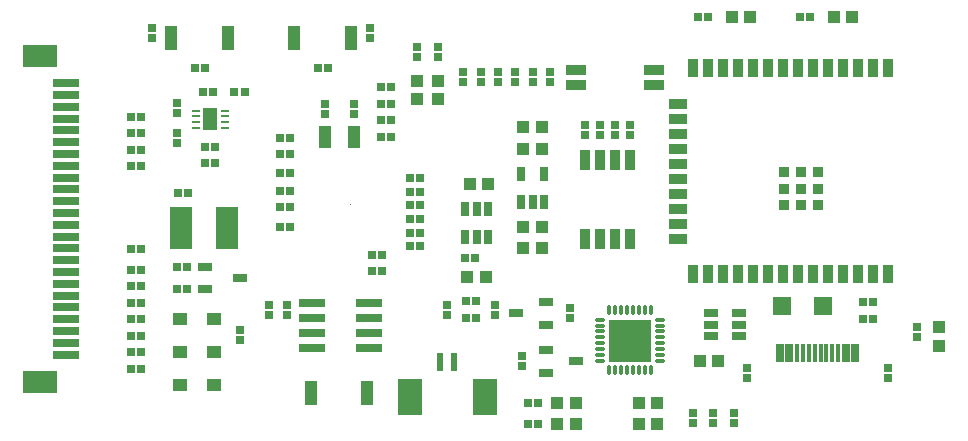
<source format=gbp>
G04*
G04 #@! TF.GenerationSoftware,Altium Limited,Altium Designer,18.1.9 (240)*
G04*
G04 Layer_Color=128*
%FSLAX25Y25*%
%MOIN*%
G70*
G01*
G75*
%ADD54R,0.03500X0.05900*%
%ADD63R,0.03000X0.01000*%
%ADD64R,0.04700X0.07500*%
%ADD105R,0.02759X0.02562*%
%ADD106R,0.07090X0.03192*%
%ADD107R,0.02562X0.02759*%
%ADD108R,0.00280X0.00280*%
%ADD109R,0.04728X0.02759*%
%ADD110R,0.03861X0.04058*%
%ADD111R,0.02562X0.06106*%
%ADD112R,0.01381X0.06106*%
%ADD113R,0.07578X0.14058*%
%ADD114R,0.05121X0.04137*%
%ADD115R,0.04137X0.07287*%
%ADD116R,0.02562X0.04531*%
%ADD117R,0.08861X0.02562*%
%ADD118R,0.02759X0.02956*%
%ADD119R,0.05121X0.02956*%
%ADD120R,0.06100X0.03700*%
%ADD121R,0.03700X0.03700*%
%ADD122R,0.13979X0.13979*%
%ADD123O,0.01302X0.03743*%
%ADD124O,0.03743X0.01302*%
%ADD125R,0.04531X0.02562*%
%ADD126R,0.06200X0.06200*%
%ADD127R,0.04058X0.03861*%
%ADD128R,0.04137X0.08074*%
%ADD129R,0.02169X0.06499*%
%ADD130R,0.08468X0.12011*%
%ADD131R,0.11224X0.07287*%
%ADD132R,0.08861X0.02562*%
%ADD133R,0.03192X0.07090*%
G36*
X65059Y-38288D02*
X63090Y-38288D01*
X63090Y-36319D01*
X65059D01*
Y-38288D01*
D02*
G37*
G36*
X61909Y-38288D02*
X59941D01*
Y-36319D01*
X61909D01*
Y-38288D01*
D02*
G37*
G36*
X58760D02*
X56791Y-38288D01*
Y-36319D01*
X58760D01*
X58760Y-38288D01*
D02*
G37*
G36*
X65059Y-41437D02*
X63090D01*
Y-39469D01*
X65059D01*
Y-41437D01*
D02*
G37*
G36*
X61909D02*
X59941D01*
Y-39469D01*
X61909D01*
Y-41437D01*
D02*
G37*
G36*
X58760D02*
X56791D01*
Y-39469D01*
X58760D01*
Y-41437D01*
D02*
G37*
G36*
X65059Y-42618D02*
Y-44587D01*
X63090D01*
X63090Y-42618D01*
X65059Y-42618D01*
D02*
G37*
G36*
X61909Y-44587D02*
X59941D01*
Y-42618D01*
X61909D01*
Y-44587D01*
D02*
G37*
G36*
X58760D02*
X56791D01*
Y-42618D01*
X58760Y-42618D01*
X58760Y-44587D01*
D02*
G37*
D54*
X146871Y-18504D02*
D03*
X141871Y-18504D02*
D03*
X136871Y-18504D02*
D03*
X131871D02*
D03*
X126871D02*
D03*
X121871D02*
D03*
X116871Y-18504D02*
D03*
X111871Y-18504D02*
D03*
X106871D02*
D03*
X101871D02*
D03*
X96871D02*
D03*
X91871Y-18504D02*
D03*
X86871Y-18504D02*
D03*
X81871D02*
D03*
X146871Y50394D02*
D03*
X141871Y50394D02*
D03*
X136871Y50394D02*
D03*
X131871D02*
D03*
X126871D02*
D03*
X121871D02*
D03*
X116871Y50394D02*
D03*
X111871Y50394D02*
D03*
X106871D02*
D03*
X101871D02*
D03*
X96871D02*
D03*
X91871Y50394D02*
D03*
X86871Y50394D02*
D03*
X81871D02*
D03*
D63*
X-74161Y34157D02*
D03*
Y32189D02*
D03*
Y30220D02*
D03*
X-83761D02*
D03*
Y32189D02*
D03*
Y34157D02*
D03*
Y36126D02*
D03*
X-74161D02*
D03*
D64*
X-78961Y33173D02*
D03*
D105*
X-3102Y57276D02*
D03*
Y53929D02*
D03*
X46024Y27965D02*
D03*
Y31311D02*
D03*
X51024Y27965D02*
D03*
Y31311D02*
D03*
X56024D02*
D03*
Y27965D02*
D03*
X61024Y31311D02*
D03*
Y27965D02*
D03*
X5400Y45500D02*
D03*
Y48846D02*
D03*
X11200D02*
D03*
X11200Y45500D02*
D03*
X17000Y48847D02*
D03*
X17000Y45500D02*
D03*
X22800Y48847D02*
D03*
Y45500D02*
D03*
X28600Y48847D02*
D03*
Y45500D02*
D03*
X34400Y48847D02*
D03*
Y45500D02*
D03*
X100000Y-49827D02*
D03*
Y-53173D02*
D03*
X-89961Y38780D02*
D03*
Y35433D02*
D03*
X-89976Y28532D02*
D03*
Y25185D02*
D03*
X-40780Y35047D02*
D03*
Y38394D02*
D03*
X-30937Y35047D02*
D03*
Y38394D02*
D03*
X-59201Y-28626D02*
D03*
Y-31972D02*
D03*
X-53417Y-28614D02*
D03*
X-53417Y-31961D02*
D03*
X15992Y-31949D02*
D03*
Y-28602D02*
D03*
X25000Y-45827D02*
D03*
Y-49173D02*
D03*
X40945Y-33169D02*
D03*
Y-29823D02*
D03*
X82000Y-64827D02*
D03*
Y-68173D02*
D03*
X88500Y-64827D02*
D03*
Y-68173D02*
D03*
X95500Y-68173D02*
D03*
Y-64827D02*
D03*
X156693Y-36122D02*
D03*
Y-39469D02*
D03*
X-10102Y53929D02*
D03*
Y57276D02*
D03*
X-98339Y60402D02*
D03*
Y63748D02*
D03*
X-25850Y60402D02*
D03*
Y63748D02*
D03*
X-8Y-28602D02*
D03*
Y-31949D02*
D03*
X147000Y-53173D02*
D03*
Y-49827D02*
D03*
X-69193Y-40453D02*
D03*
Y-37106D02*
D03*
D106*
X69090Y44500D02*
D03*
X69090Y49500D02*
D03*
X42910Y44500D02*
D03*
X42910Y49500D02*
D03*
D107*
X-9154Y-9154D02*
D03*
X-12500D02*
D03*
X-55795Y21500D02*
D03*
X-52449Y21500D02*
D03*
X-102071Y34000D02*
D03*
X-105417D02*
D03*
Y28500D02*
D03*
X-102071D02*
D03*
X-78150Y42421D02*
D03*
X-81496D02*
D03*
X138591Y-33213D02*
D03*
X141937Y-33213D02*
D03*
X138591Y-27713D02*
D03*
X141937Y-27713D02*
D03*
X-70866Y42421D02*
D03*
X-67520D02*
D03*
X83669Y67362D02*
D03*
X87016D02*
D03*
X117669D02*
D03*
X121016D02*
D03*
X-52461Y-2551D02*
D03*
X-55807D02*
D03*
X-52461Y3937D02*
D03*
X-55807D02*
D03*
X-55807Y9449D02*
D03*
X-52461Y9449D02*
D03*
X-52461Y15157D02*
D03*
X-55807Y15157D02*
D03*
X-52449Y27000D02*
D03*
X-55795Y27000D02*
D03*
X-86661Y-15965D02*
D03*
X-90008D02*
D03*
X-86661Y-23445D02*
D03*
X-90008D02*
D03*
X-102071Y17717D02*
D03*
X-105417D02*
D03*
X-105417Y23000D02*
D03*
X-102071D02*
D03*
X-102071Y-49878D02*
D03*
X-105417D02*
D03*
X-102071Y-44378D02*
D03*
X-105417D02*
D03*
Y-38878D02*
D03*
X-102071D02*
D03*
X-105417Y-33378D02*
D03*
X-102071D02*
D03*
X-105417Y-27878D02*
D03*
X-102071D02*
D03*
X-105417Y-22378D02*
D03*
X-102071D02*
D03*
X-102071Y-10000D02*
D03*
X-105417D02*
D03*
X-105417Y-16878D02*
D03*
X-102071D02*
D03*
X-86327Y8500D02*
D03*
X-89673D02*
D03*
X-77264Y18516D02*
D03*
X-80610D02*
D03*
X-80665Y50221D02*
D03*
X-84012D02*
D03*
X-42878Y50221D02*
D03*
X-39531D02*
D03*
X-18685Y27468D02*
D03*
X-22031D02*
D03*
X-18685Y32969D02*
D03*
X-22031D02*
D03*
X-22031Y38469D02*
D03*
X-18685D02*
D03*
X-18685Y43968D02*
D03*
X-22031D02*
D03*
X-12500Y-4626D02*
D03*
X-9154Y-4626D02*
D03*
X-12461Y-11D02*
D03*
X-9114Y-11D02*
D03*
X6102Y-12894D02*
D03*
X9449D02*
D03*
X27114Y-68500D02*
D03*
X30461Y-68500D02*
D03*
X27114Y-61500D02*
D03*
X30461Y-61500D02*
D03*
X-21752Y-17500D02*
D03*
X-25098D02*
D03*
X-21752Y-12008D02*
D03*
X-25098Y-12008D02*
D03*
X-80610Y24016D02*
D03*
X-77264D02*
D03*
X-9114Y9033D02*
D03*
X-12461Y9033D02*
D03*
X-9154Y13583D02*
D03*
X-12500D02*
D03*
X-9154Y4528D02*
D03*
X-12500Y4528D02*
D03*
D108*
X-32000Y4500D02*
D03*
D109*
X-80642Y-23445D02*
D03*
Y-15965D02*
D03*
X-69028Y-19705D02*
D03*
D110*
X90335Y-47441D02*
D03*
X84272D02*
D03*
X94811Y67362D02*
D03*
X100874D02*
D03*
X128811D02*
D03*
X134874D02*
D03*
X25469Y-9748D02*
D03*
X31532D02*
D03*
X25469Y-2748D02*
D03*
X31532D02*
D03*
X25469Y23248D02*
D03*
X31532D02*
D03*
X25469Y30752D02*
D03*
X31532D02*
D03*
X6795Y-19500D02*
D03*
X12858D02*
D03*
X42819Y-68500D02*
D03*
X36756Y-68500D02*
D03*
X42819Y-61500D02*
D03*
X36756Y-61500D02*
D03*
X63894Y-68500D02*
D03*
X69957D02*
D03*
X63894Y-61500D02*
D03*
X69957D02*
D03*
X7500Y11516D02*
D03*
X13563D02*
D03*
D111*
X110902Y-44657D02*
D03*
X114051D02*
D03*
X132949D02*
D03*
X136099D02*
D03*
D112*
X116610D02*
D03*
X118579D02*
D03*
X120547D02*
D03*
X122516D02*
D03*
X124484D02*
D03*
X126453D02*
D03*
X128421D02*
D03*
X130390D02*
D03*
D113*
X-88591Y-3000D02*
D03*
X-73409D02*
D03*
D114*
X-77559Y-55413D02*
D03*
X-89173D02*
D03*
Y-44291D02*
D03*
X-77559D02*
D03*
X-77527Y-33386D02*
D03*
X-89142D02*
D03*
D115*
X-40780Y27220D02*
D03*
X-30937D02*
D03*
D116*
X32240Y5528D02*
D03*
X28500D02*
D03*
X24760D02*
D03*
Y14976D02*
D03*
X32240D02*
D03*
X6087Y3449D02*
D03*
X9827D02*
D03*
X13567D02*
D03*
Y-6000D02*
D03*
X9827D02*
D03*
X6087D02*
D03*
D117*
X-44917Y-43114D02*
D03*
Y-38114D02*
D03*
Y-33114D02*
D03*
Y-28114D02*
D03*
X-26020Y-43114D02*
D03*
Y-38114D02*
D03*
Y-33114D02*
D03*
Y-28114D02*
D03*
D118*
X9665Y-33031D02*
D03*
Y-27520D02*
D03*
X6319Y-33031D02*
D03*
Y-27520D02*
D03*
D119*
X32921Y-27760D02*
D03*
Y-35240D02*
D03*
X23079Y-31500D02*
D03*
X33079Y-51240D02*
D03*
Y-43760D02*
D03*
X42921Y-47500D02*
D03*
D120*
X76948Y-6555D02*
D03*
Y-1555D02*
D03*
Y3445D02*
D03*
X76948Y8445D02*
D03*
X76948Y13445D02*
D03*
Y18445D02*
D03*
X76948Y23445D02*
D03*
X76948Y28445D02*
D03*
Y33445D02*
D03*
Y38445D02*
D03*
D121*
X117974Y4511D02*
D03*
Y10023D02*
D03*
Y15534D02*
D03*
X112462Y4511D02*
D03*
Y10023D02*
D03*
Y15535D02*
D03*
X123486Y4511D02*
D03*
Y10023D02*
D03*
Y15534D02*
D03*
D122*
X60925Y-40553D02*
D03*
D123*
X54035Y-30413D02*
D03*
X56005D02*
D03*
X57975D02*
D03*
X59945D02*
D03*
X61905D02*
D03*
X63875D02*
D03*
X65845D02*
D03*
X67815D02*
D03*
Y-50493D02*
D03*
X65845D02*
D03*
X63875D02*
D03*
X61905D02*
D03*
X59945D02*
D03*
X57975D02*
D03*
X56005D02*
D03*
X54035D02*
D03*
D124*
X70965Y-33563D02*
D03*
Y-35533D02*
D03*
Y-37503D02*
D03*
Y-39473D02*
D03*
Y-41433D02*
D03*
Y-43403D02*
D03*
Y-45373D02*
D03*
Y-47343D02*
D03*
X50885D02*
D03*
Y-45373D02*
D03*
Y-43403D02*
D03*
Y-41433D02*
D03*
Y-39473D02*
D03*
Y-37503D02*
D03*
Y-35533D02*
D03*
Y-33563D02*
D03*
D125*
X97374Y-31504D02*
D03*
Y-35244D02*
D03*
Y-38984D02*
D03*
X87925D02*
D03*
Y-35244D02*
D03*
Y-31504D02*
D03*
D126*
X125197Y-29134D02*
D03*
X111697D02*
D03*
D127*
X164000Y-42244D02*
D03*
Y-36181D02*
D03*
X-10102Y40071D02*
D03*
Y46134D02*
D03*
X-3102Y40071D02*
D03*
Y46134D02*
D03*
D128*
X-72984Y60417D02*
D03*
X-91882D02*
D03*
X-50965D02*
D03*
X-32067D02*
D03*
X-26551Y-58000D02*
D03*
X-45449D02*
D03*
D129*
X2461Y-47791D02*
D03*
X-2460Y-47791D02*
D03*
D130*
X-12500Y-59209D02*
D03*
X12500D02*
D03*
D131*
X-135728Y54331D02*
D03*
Y-54331D02*
D03*
D132*
X-127067Y-45276D02*
D03*
Y-41339D02*
D03*
Y-37402D02*
D03*
Y-33465D02*
D03*
Y-29528D02*
D03*
Y-25591D02*
D03*
Y-21654D02*
D03*
Y-17717D02*
D03*
Y-13780D02*
D03*
Y-9843D02*
D03*
Y-5906D02*
D03*
Y-1969D02*
D03*
Y1969D02*
D03*
Y5906D02*
D03*
Y9843D02*
D03*
Y13780D02*
D03*
Y17717D02*
D03*
Y21654D02*
D03*
Y25591D02*
D03*
Y29528D02*
D03*
Y33465D02*
D03*
Y37402D02*
D03*
Y41339D02*
D03*
Y45276D02*
D03*
D133*
X46024Y-6594D02*
D03*
X51024D02*
D03*
X56024D02*
D03*
X61024D02*
D03*
X46024Y19587D02*
D03*
X51024D02*
D03*
X56024D02*
D03*
X61024D02*
D03*
M02*

</source>
